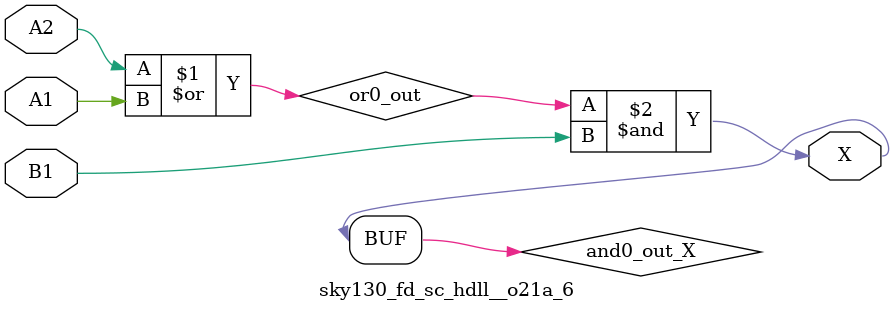
<source format=v>
module sky130_fd_sc_hdll__o21a_6 (
    X ,
    A1,
    A2,
    B1
);
    output X ;
    input  A1;
    input  A2;
    input  B1;
    wire or0_out   ;
    wire and0_out_X;
    or  or0  (or0_out   , A2, A1         );
    and and0 (and0_out_X, or0_out, B1    );
    buf buf0 (X         , and0_out_X     );
endmodule
</source>
